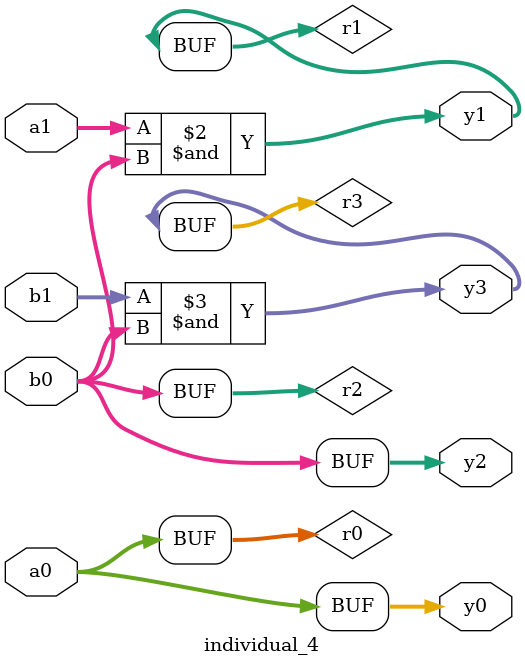
<source format=sv>
module individual_4(input logic [15:0] a1, input logic [15:0] a0, input logic [15:0] b1, input logic [15:0] b0, output logic [15:0] y3, output logic [15:0] y2, output logic [15:0] y1, output logic [15:0] y0);
logic [15:0] r0, r1, r2, r3; 
 always@(*) begin 
	 r0 = a0; r1 = a1; r2 = b0; r3 = b1; 
 	 r1  &=  b0 ;
 	 r3  &=  r2 ;
 	 y3 = r3; y2 = r2; y1 = r1; y0 = r0; 
end
endmodule
</source>
